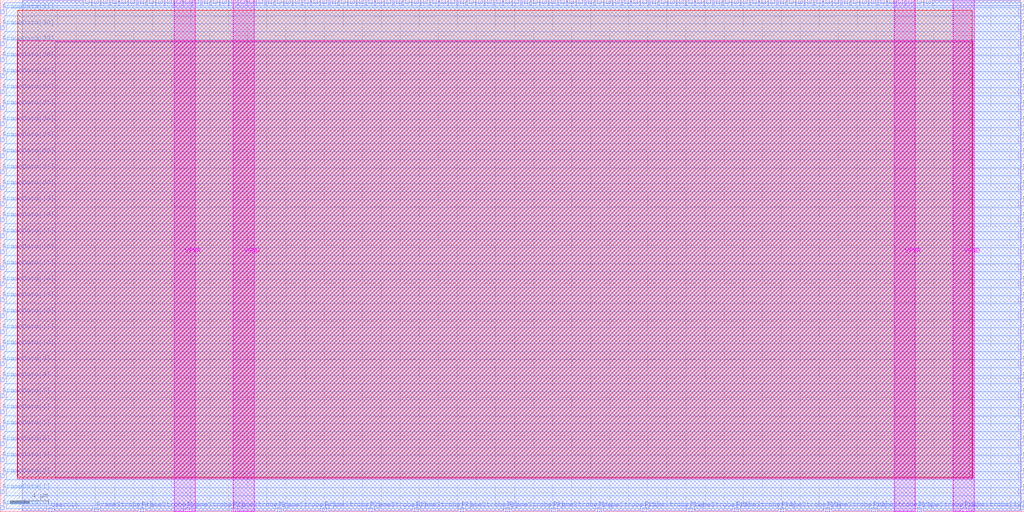
<source format=lef>
VERSION 5.7 ;
  NOWIREEXTENSIONATPIN ON ;
  DIVIDERCHAR "/" ;
  BUSBITCHARS "[]" ;
MACRO SW_term
  CLASS BLOCK ;
  FOREIGN SW_term ;
  ORIGIN 0.000 0.000 ;
  SIZE 107.520 BY 53.760 ;
  PIN FrameData[0]
    DIRECTION INPUT ;
    USE SIGNAL ;
    ANTENNAGATEAREA 0.180700 ;
    PORT
      LAYER Metal3 ;
        RECT 0.000 0.220 0.400 0.620 ;
    END
  END FrameData[0]
  PIN FrameData[10]
    DIRECTION INPUT ;
    USE SIGNAL ;
    ANTENNAGATEAREA 0.180700 ;
    PORT
      LAYER Metal3 ;
        RECT 0.000 17.020 0.400 17.420 ;
    END
  END FrameData[10]
  PIN FrameData[11]
    DIRECTION INPUT ;
    USE SIGNAL ;
    ANTENNAGATEAREA 0.180700 ;
    PORT
      LAYER Metal3 ;
        RECT 0.000 18.700 0.400 19.100 ;
    END
  END FrameData[11]
  PIN FrameData[12]
    DIRECTION INPUT ;
    USE SIGNAL ;
    ANTENNAGATEAREA 0.180700 ;
    PORT
      LAYER Metal3 ;
        RECT 0.000 20.380 0.400 20.780 ;
    END
  END FrameData[12]
  PIN FrameData[13]
    DIRECTION INPUT ;
    USE SIGNAL ;
    ANTENNAGATEAREA 0.180700 ;
    PORT
      LAYER Metal3 ;
        RECT 0.000 22.060 0.400 22.460 ;
    END
  END FrameData[13]
  PIN FrameData[14]
    DIRECTION INPUT ;
    USE SIGNAL ;
    ANTENNAGATEAREA 0.180700 ;
    PORT
      LAYER Metal3 ;
        RECT 0.000 23.740 0.400 24.140 ;
    END
  END FrameData[14]
  PIN FrameData[15]
    DIRECTION INPUT ;
    USE SIGNAL ;
    ANTENNAGATEAREA 0.180700 ;
    PORT
      LAYER Metal3 ;
        RECT 0.000 25.420 0.400 25.820 ;
    END
  END FrameData[15]
  PIN FrameData[16]
    DIRECTION INPUT ;
    USE SIGNAL ;
    ANTENNAGATEAREA 0.180700 ;
    PORT
      LAYER Metal3 ;
        RECT 0.000 27.100 0.400 27.500 ;
    END
  END FrameData[16]
  PIN FrameData[17]
    DIRECTION INPUT ;
    USE SIGNAL ;
    ANTENNAGATEAREA 0.180700 ;
    PORT
      LAYER Metal3 ;
        RECT 0.000 28.780 0.400 29.180 ;
    END
  END FrameData[17]
  PIN FrameData[18]
    DIRECTION INPUT ;
    USE SIGNAL ;
    ANTENNAGATEAREA 0.180700 ;
    PORT
      LAYER Metal3 ;
        RECT 0.000 30.460 0.400 30.860 ;
    END
  END FrameData[18]
  PIN FrameData[19]
    DIRECTION INPUT ;
    USE SIGNAL ;
    ANTENNAGATEAREA 0.180700 ;
    PORT
      LAYER Metal3 ;
        RECT 0.000 32.140 0.400 32.540 ;
    END
  END FrameData[19]
  PIN FrameData[1]
    DIRECTION INPUT ;
    USE SIGNAL ;
    ANTENNAGATEAREA 0.180700 ;
    PORT
      LAYER Metal3 ;
        RECT 0.000 1.900 0.400 2.300 ;
    END
  END FrameData[1]
  PIN FrameData[20]
    DIRECTION INPUT ;
    USE SIGNAL ;
    ANTENNAGATEAREA 0.180700 ;
    PORT
      LAYER Metal3 ;
        RECT 0.000 33.820 0.400 34.220 ;
    END
  END FrameData[20]
  PIN FrameData[21]
    DIRECTION INPUT ;
    USE SIGNAL ;
    ANTENNAGATEAREA 0.180700 ;
    PORT
      LAYER Metal3 ;
        RECT 0.000 35.500 0.400 35.900 ;
    END
  END FrameData[21]
  PIN FrameData[22]
    DIRECTION INPUT ;
    USE SIGNAL ;
    ANTENNAGATEAREA 0.180700 ;
    PORT
      LAYER Metal3 ;
        RECT 0.000 37.180 0.400 37.580 ;
    END
  END FrameData[22]
  PIN FrameData[23]
    DIRECTION INPUT ;
    USE SIGNAL ;
    ANTENNAGATEAREA 0.180700 ;
    PORT
      LAYER Metal3 ;
        RECT 0.000 38.860 0.400 39.260 ;
    END
  END FrameData[23]
  PIN FrameData[24]
    DIRECTION INPUT ;
    USE SIGNAL ;
    ANTENNAGATEAREA 0.180700 ;
    PORT
      LAYER Metal3 ;
        RECT 0.000 40.540 0.400 40.940 ;
    END
  END FrameData[24]
  PIN FrameData[25]
    DIRECTION INPUT ;
    USE SIGNAL ;
    ANTENNAGATEAREA 0.180700 ;
    PORT
      LAYER Metal3 ;
        RECT 0.000 42.220 0.400 42.620 ;
    END
  END FrameData[25]
  PIN FrameData[26]
    DIRECTION INPUT ;
    USE SIGNAL ;
    ANTENNAGATEAREA 0.180700 ;
    PORT
      LAYER Metal3 ;
        RECT 0.000 43.900 0.400 44.300 ;
    END
  END FrameData[26]
  PIN FrameData[27]
    DIRECTION INPUT ;
    USE SIGNAL ;
    ANTENNAGATEAREA 0.180700 ;
    PORT
      LAYER Metal3 ;
        RECT 0.000 45.580 0.400 45.980 ;
    END
  END FrameData[27]
  PIN FrameData[28]
    DIRECTION INPUT ;
    USE SIGNAL ;
    ANTENNAGATEAREA 0.180700 ;
    PORT
      LAYER Metal3 ;
        RECT 0.000 47.260 0.400 47.660 ;
    END
  END FrameData[28]
  PIN FrameData[29]
    DIRECTION INPUT ;
    USE SIGNAL ;
    ANTENNAGATEAREA 0.180700 ;
    PORT
      LAYER Metal3 ;
        RECT 0.000 48.940 0.400 49.340 ;
    END
  END FrameData[29]
  PIN FrameData[2]
    DIRECTION INPUT ;
    USE SIGNAL ;
    ANTENNAGATEAREA 0.180700 ;
    PORT
      LAYER Metal3 ;
        RECT 0.000 3.580 0.400 3.980 ;
    END
  END FrameData[2]
  PIN FrameData[30]
    DIRECTION INPUT ;
    USE SIGNAL ;
    ANTENNAGATEAREA 0.180700 ;
    PORT
      LAYER Metal3 ;
        RECT 0.000 50.620 0.400 51.020 ;
    END
  END FrameData[30]
  PIN FrameData[31]
    DIRECTION INPUT ;
    USE SIGNAL ;
    ANTENNAGATEAREA 0.180700 ;
    PORT
      LAYER Metal3 ;
        RECT 0.000 52.300 0.400 52.700 ;
    END
  END FrameData[31]
  PIN FrameData[3]
    DIRECTION INPUT ;
    USE SIGNAL ;
    ANTENNAGATEAREA 0.180700 ;
    PORT
      LAYER Metal3 ;
        RECT 0.000 5.260 0.400 5.660 ;
    END
  END FrameData[3]
  PIN FrameData[4]
    DIRECTION INPUT ;
    USE SIGNAL ;
    ANTENNAGATEAREA 0.180700 ;
    PORT
      LAYER Metal3 ;
        RECT 0.000 6.940 0.400 7.340 ;
    END
  END FrameData[4]
  PIN FrameData[5]
    DIRECTION INPUT ;
    USE SIGNAL ;
    ANTENNAGATEAREA 0.180700 ;
    PORT
      LAYER Metal3 ;
        RECT 0.000 8.620 0.400 9.020 ;
    END
  END FrameData[5]
  PIN FrameData[6]
    DIRECTION INPUT ;
    USE SIGNAL ;
    ANTENNAGATEAREA 0.180700 ;
    PORT
      LAYER Metal3 ;
        RECT 0.000 10.300 0.400 10.700 ;
    END
  END FrameData[6]
  PIN FrameData[7]
    DIRECTION INPUT ;
    USE SIGNAL ;
    ANTENNAGATEAREA 0.180700 ;
    PORT
      LAYER Metal3 ;
        RECT 0.000 11.980 0.400 12.380 ;
    END
  END FrameData[7]
  PIN FrameData[8]
    DIRECTION INPUT ;
    USE SIGNAL ;
    ANTENNAGATEAREA 0.180700 ;
    PORT
      LAYER Metal3 ;
        RECT 0.000 13.660 0.400 14.060 ;
    END
  END FrameData[8]
  PIN FrameData[9]
    DIRECTION INPUT ;
    USE SIGNAL ;
    ANTENNAGATEAREA 0.180700 ;
    PORT
      LAYER Metal3 ;
        RECT 0.000 15.340 0.400 15.740 ;
    END
  END FrameData[9]
  PIN FrameData_O[0]
    DIRECTION OUTPUT ;
    USE SIGNAL ;
    ANTENNADIFFAREA 0.708600 ;
    PORT
      LAYER Metal3 ;
        RECT 107.120 0.220 107.520 0.620 ;
    END
  END FrameData_O[0]
  PIN FrameData_O[10]
    DIRECTION OUTPUT ;
    USE SIGNAL ;
    ANTENNADIFFAREA 0.708600 ;
    PORT
      LAYER Metal3 ;
        RECT 107.120 17.020 107.520 17.420 ;
    END
  END FrameData_O[10]
  PIN FrameData_O[11]
    DIRECTION OUTPUT ;
    USE SIGNAL ;
    ANTENNADIFFAREA 0.708600 ;
    PORT
      LAYER Metal3 ;
        RECT 107.120 18.700 107.520 19.100 ;
    END
  END FrameData_O[11]
  PIN FrameData_O[12]
    DIRECTION OUTPUT ;
    USE SIGNAL ;
    ANTENNADIFFAREA 0.708600 ;
    PORT
      LAYER Metal3 ;
        RECT 107.120 20.380 107.520 20.780 ;
    END
  END FrameData_O[12]
  PIN FrameData_O[13]
    DIRECTION OUTPUT ;
    USE SIGNAL ;
    ANTENNADIFFAREA 0.708600 ;
    PORT
      LAYER Metal3 ;
        RECT 107.120 22.060 107.520 22.460 ;
    END
  END FrameData_O[13]
  PIN FrameData_O[14]
    DIRECTION OUTPUT ;
    USE SIGNAL ;
    ANTENNADIFFAREA 0.708600 ;
    PORT
      LAYER Metal3 ;
        RECT 107.120 23.740 107.520 24.140 ;
    END
  END FrameData_O[14]
  PIN FrameData_O[15]
    DIRECTION OUTPUT ;
    USE SIGNAL ;
    ANTENNADIFFAREA 0.708600 ;
    PORT
      LAYER Metal3 ;
        RECT 107.120 25.420 107.520 25.820 ;
    END
  END FrameData_O[15]
  PIN FrameData_O[16]
    DIRECTION OUTPUT ;
    USE SIGNAL ;
    ANTENNADIFFAREA 0.708600 ;
    PORT
      LAYER Metal3 ;
        RECT 107.120 27.100 107.520 27.500 ;
    END
  END FrameData_O[16]
  PIN FrameData_O[17]
    DIRECTION OUTPUT ;
    USE SIGNAL ;
    ANTENNADIFFAREA 0.708600 ;
    PORT
      LAYER Metal3 ;
        RECT 107.120 28.780 107.520 29.180 ;
    END
  END FrameData_O[17]
  PIN FrameData_O[18]
    DIRECTION OUTPUT ;
    USE SIGNAL ;
    ANTENNADIFFAREA 0.708600 ;
    PORT
      LAYER Metal3 ;
        RECT 107.120 30.460 107.520 30.860 ;
    END
  END FrameData_O[18]
  PIN FrameData_O[19]
    DIRECTION OUTPUT ;
    USE SIGNAL ;
    ANTENNADIFFAREA 0.708600 ;
    PORT
      LAYER Metal3 ;
        RECT 107.120 32.140 107.520 32.540 ;
    END
  END FrameData_O[19]
  PIN FrameData_O[1]
    DIRECTION OUTPUT ;
    USE SIGNAL ;
    ANTENNADIFFAREA 0.708600 ;
    PORT
      LAYER Metal3 ;
        RECT 107.120 1.900 107.520 2.300 ;
    END
  END FrameData_O[1]
  PIN FrameData_O[20]
    DIRECTION OUTPUT ;
    USE SIGNAL ;
    ANTENNADIFFAREA 0.708600 ;
    PORT
      LAYER Metal3 ;
        RECT 107.120 33.820 107.520 34.220 ;
    END
  END FrameData_O[20]
  PIN FrameData_O[21]
    DIRECTION OUTPUT ;
    USE SIGNAL ;
    ANTENNADIFFAREA 0.708600 ;
    PORT
      LAYER Metal3 ;
        RECT 107.120 35.500 107.520 35.900 ;
    END
  END FrameData_O[21]
  PIN FrameData_O[22]
    DIRECTION OUTPUT ;
    USE SIGNAL ;
    ANTENNADIFFAREA 0.708600 ;
    PORT
      LAYER Metal3 ;
        RECT 107.120 37.180 107.520 37.580 ;
    END
  END FrameData_O[22]
  PIN FrameData_O[23]
    DIRECTION OUTPUT ;
    USE SIGNAL ;
    ANTENNADIFFAREA 0.708600 ;
    PORT
      LAYER Metal3 ;
        RECT 107.120 38.860 107.520 39.260 ;
    END
  END FrameData_O[23]
  PIN FrameData_O[24]
    DIRECTION OUTPUT ;
    USE SIGNAL ;
    ANTENNADIFFAREA 0.708600 ;
    PORT
      LAYER Metal3 ;
        RECT 107.120 40.540 107.520 40.940 ;
    END
  END FrameData_O[24]
  PIN FrameData_O[25]
    DIRECTION OUTPUT ;
    USE SIGNAL ;
    ANTENNADIFFAREA 0.708600 ;
    PORT
      LAYER Metal3 ;
        RECT 107.120 42.220 107.520 42.620 ;
    END
  END FrameData_O[25]
  PIN FrameData_O[26]
    DIRECTION OUTPUT ;
    USE SIGNAL ;
    ANTENNADIFFAREA 0.708600 ;
    PORT
      LAYER Metal3 ;
        RECT 107.120 43.900 107.520 44.300 ;
    END
  END FrameData_O[26]
  PIN FrameData_O[27]
    DIRECTION OUTPUT ;
    USE SIGNAL ;
    ANTENNADIFFAREA 0.708600 ;
    PORT
      LAYER Metal3 ;
        RECT 107.120 45.580 107.520 45.980 ;
    END
  END FrameData_O[27]
  PIN FrameData_O[28]
    DIRECTION OUTPUT ;
    USE SIGNAL ;
    ANTENNADIFFAREA 0.708600 ;
    PORT
      LAYER Metal3 ;
        RECT 107.120 47.260 107.520 47.660 ;
    END
  END FrameData_O[28]
  PIN FrameData_O[29]
    DIRECTION OUTPUT ;
    USE SIGNAL ;
    ANTENNADIFFAREA 0.708600 ;
    PORT
      LAYER Metal3 ;
        RECT 107.120 48.940 107.520 49.340 ;
    END
  END FrameData_O[29]
  PIN FrameData_O[2]
    DIRECTION OUTPUT ;
    USE SIGNAL ;
    ANTENNADIFFAREA 0.708600 ;
    PORT
      LAYER Metal3 ;
        RECT 107.120 3.580 107.520 3.980 ;
    END
  END FrameData_O[2]
  PIN FrameData_O[30]
    DIRECTION OUTPUT ;
    USE SIGNAL ;
    ANTENNADIFFAREA 0.708600 ;
    PORT
      LAYER Metal3 ;
        RECT 107.120 50.620 107.520 51.020 ;
    END
  END FrameData_O[30]
  PIN FrameData_O[31]
    DIRECTION OUTPUT ;
    USE SIGNAL ;
    ANTENNADIFFAREA 0.708600 ;
    PORT
      LAYER Metal3 ;
        RECT 107.120 52.300 107.520 52.700 ;
    END
  END FrameData_O[31]
  PIN FrameData_O[3]
    DIRECTION OUTPUT ;
    USE SIGNAL ;
    ANTENNADIFFAREA 0.708600 ;
    PORT
      LAYER Metal3 ;
        RECT 107.120 5.260 107.520 5.660 ;
    END
  END FrameData_O[3]
  PIN FrameData_O[4]
    DIRECTION OUTPUT ;
    USE SIGNAL ;
    ANTENNADIFFAREA 0.708600 ;
    PORT
      LAYER Metal3 ;
        RECT 107.120 6.940 107.520 7.340 ;
    END
  END FrameData_O[4]
  PIN FrameData_O[5]
    DIRECTION OUTPUT ;
    USE SIGNAL ;
    ANTENNADIFFAREA 0.708600 ;
    PORT
      LAYER Metal3 ;
        RECT 107.120 8.620 107.520 9.020 ;
    END
  END FrameData_O[5]
  PIN FrameData_O[6]
    DIRECTION OUTPUT ;
    USE SIGNAL ;
    ANTENNADIFFAREA 0.708600 ;
    PORT
      LAYER Metal3 ;
        RECT 107.120 10.300 107.520 10.700 ;
    END
  END FrameData_O[6]
  PIN FrameData_O[7]
    DIRECTION OUTPUT ;
    USE SIGNAL ;
    ANTENNADIFFAREA 0.708600 ;
    PORT
      LAYER Metal3 ;
        RECT 107.120 11.980 107.520 12.380 ;
    END
  END FrameData_O[7]
  PIN FrameData_O[8]
    DIRECTION OUTPUT ;
    USE SIGNAL ;
    ANTENNADIFFAREA 0.708600 ;
    PORT
      LAYER Metal3 ;
        RECT 107.120 13.660 107.520 14.060 ;
    END
  END FrameData_O[8]
  PIN FrameData_O[9]
    DIRECTION OUTPUT ;
    USE SIGNAL ;
    ANTENNADIFFAREA 0.708600 ;
    PORT
      LAYER Metal3 ;
        RECT 107.120 15.340 107.520 15.740 ;
    END
  END FrameData_O[9]
  PIN FrameStrobe[0]
    DIRECTION INPUT ;
    USE SIGNAL ;
    ANTENNAGATEAREA 0.180700 ;
    PORT
      LAYER Metal2 ;
        RECT 9.880 0.000 10.280 0.400 ;
    END
  END FrameStrobe[0]
  PIN FrameStrobe[10]
    DIRECTION INPUT ;
    USE SIGNAL ;
    ANTENNAGATEAREA 0.180700 ;
    PORT
      LAYER Metal2 ;
        RECT 57.880 0.000 58.280 0.400 ;
    END
  END FrameStrobe[10]
  PIN FrameStrobe[11]
    DIRECTION INPUT ;
    USE SIGNAL ;
    ANTENNAGATEAREA 0.180700 ;
    PORT
      LAYER Metal2 ;
        RECT 62.680 0.000 63.080 0.400 ;
    END
  END FrameStrobe[11]
  PIN FrameStrobe[12]
    DIRECTION INPUT ;
    USE SIGNAL ;
    ANTENNAGATEAREA 0.180700 ;
    PORT
      LAYER Metal2 ;
        RECT 67.480 0.000 67.880 0.400 ;
    END
  END FrameStrobe[12]
  PIN FrameStrobe[13]
    DIRECTION INPUT ;
    USE SIGNAL ;
    ANTENNAGATEAREA 0.180700 ;
    PORT
      LAYER Metal2 ;
        RECT 72.280 0.000 72.680 0.400 ;
    END
  END FrameStrobe[13]
  PIN FrameStrobe[14]
    DIRECTION INPUT ;
    USE SIGNAL ;
    ANTENNAGATEAREA 0.180700 ;
    PORT
      LAYER Metal2 ;
        RECT 77.080 0.000 77.480 0.400 ;
    END
  END FrameStrobe[14]
  PIN FrameStrobe[15]
    DIRECTION INPUT ;
    USE SIGNAL ;
    ANTENNAGATEAREA 0.180700 ;
    PORT
      LAYER Metal2 ;
        RECT 81.880 0.000 82.280 0.400 ;
    END
  END FrameStrobe[15]
  PIN FrameStrobe[16]
    DIRECTION INPUT ;
    USE SIGNAL ;
    ANTENNAGATEAREA 0.180700 ;
    PORT
      LAYER Metal2 ;
        RECT 86.680 0.000 87.080 0.400 ;
    END
  END FrameStrobe[16]
  PIN FrameStrobe[17]
    DIRECTION INPUT ;
    USE SIGNAL ;
    ANTENNAGATEAREA 0.180700 ;
    PORT
      LAYER Metal2 ;
        RECT 91.480 0.000 91.880 0.400 ;
    END
  END FrameStrobe[17]
  PIN FrameStrobe[18]
    DIRECTION INPUT ;
    USE SIGNAL ;
    ANTENNAGATEAREA 0.180700 ;
    PORT
      LAYER Metal2 ;
        RECT 96.280 0.000 96.680 0.400 ;
    END
  END FrameStrobe[18]
  PIN FrameStrobe[19]
    DIRECTION INPUT ;
    USE SIGNAL ;
    ANTENNAGATEAREA 0.180700 ;
    PORT
      LAYER Metal2 ;
        RECT 101.080 0.000 101.480 0.400 ;
    END
  END FrameStrobe[19]
  PIN FrameStrobe[1]
    DIRECTION INPUT ;
    USE SIGNAL ;
    ANTENNAGATEAREA 0.180700 ;
    PORT
      LAYER Metal2 ;
        RECT 14.680 0.000 15.080 0.400 ;
    END
  END FrameStrobe[1]
  PIN FrameStrobe[2]
    DIRECTION INPUT ;
    USE SIGNAL ;
    ANTENNAGATEAREA 0.180700 ;
    PORT
      LAYER Metal2 ;
        RECT 19.480 0.000 19.880 0.400 ;
    END
  END FrameStrobe[2]
  PIN FrameStrobe[3]
    DIRECTION INPUT ;
    USE SIGNAL ;
    ANTENNAGATEAREA 0.180700 ;
    PORT
      LAYER Metal2 ;
        RECT 24.280 0.000 24.680 0.400 ;
    END
  END FrameStrobe[3]
  PIN FrameStrobe[4]
    DIRECTION INPUT ;
    USE SIGNAL ;
    ANTENNAGATEAREA 0.180700 ;
    PORT
      LAYER Metal2 ;
        RECT 29.080 0.000 29.480 0.400 ;
    END
  END FrameStrobe[4]
  PIN FrameStrobe[5]
    DIRECTION INPUT ;
    USE SIGNAL ;
    ANTENNAGATEAREA 0.180700 ;
    PORT
      LAYER Metal2 ;
        RECT 33.880 0.000 34.280 0.400 ;
    END
  END FrameStrobe[5]
  PIN FrameStrobe[6]
    DIRECTION INPUT ;
    USE SIGNAL ;
    ANTENNAGATEAREA 0.180700 ;
    PORT
      LAYER Metal2 ;
        RECT 38.680 0.000 39.080 0.400 ;
    END
  END FrameStrobe[6]
  PIN FrameStrobe[7]
    DIRECTION INPUT ;
    USE SIGNAL ;
    ANTENNAGATEAREA 0.180700 ;
    PORT
      LAYER Metal2 ;
        RECT 43.480 0.000 43.880 0.400 ;
    END
  END FrameStrobe[7]
  PIN FrameStrobe[8]
    DIRECTION INPUT ;
    USE SIGNAL ;
    ANTENNAGATEAREA 0.180700 ;
    PORT
      LAYER Metal2 ;
        RECT 48.280 0.000 48.680 0.400 ;
    END
  END FrameStrobe[8]
  PIN FrameStrobe[9]
    DIRECTION INPUT ;
    USE SIGNAL ;
    ANTENNAGATEAREA 0.180700 ;
    PORT
      LAYER Metal2 ;
        RECT 53.080 0.000 53.480 0.400 ;
    END
  END FrameStrobe[9]
  PIN FrameStrobe_O[0]
    DIRECTION OUTPUT ;
    USE SIGNAL ;
    ANTENNADIFFAREA 0.708600 ;
    PORT
      LAYER Metal2 ;
        RECT 79.000 53.360 79.400 53.760 ;
    END
  END FrameStrobe_O[0]
  PIN FrameStrobe_O[10]
    DIRECTION OUTPUT ;
    USE SIGNAL ;
    ANTENNADIFFAREA 0.708600 ;
    PORT
      LAYER Metal2 ;
        RECT 88.600 53.360 89.000 53.760 ;
    END
  END FrameStrobe_O[10]
  PIN FrameStrobe_O[11]
    DIRECTION OUTPUT ;
    USE SIGNAL ;
    ANTENNADIFFAREA 0.708600 ;
    PORT
      LAYER Metal2 ;
        RECT 89.560 53.360 89.960 53.760 ;
    END
  END FrameStrobe_O[11]
  PIN FrameStrobe_O[12]
    DIRECTION OUTPUT ;
    USE SIGNAL ;
    ANTENNADIFFAREA 0.708600 ;
    PORT
      LAYER Metal2 ;
        RECT 90.520 53.360 90.920 53.760 ;
    END
  END FrameStrobe_O[12]
  PIN FrameStrobe_O[13]
    DIRECTION OUTPUT ;
    USE SIGNAL ;
    ANTENNADIFFAREA 0.708600 ;
    PORT
      LAYER Metal2 ;
        RECT 91.480 53.360 91.880 53.760 ;
    END
  END FrameStrobe_O[13]
  PIN FrameStrobe_O[14]
    DIRECTION OUTPUT ;
    USE SIGNAL ;
    ANTENNADIFFAREA 0.708600 ;
    PORT
      LAYER Metal2 ;
        RECT 92.440 53.360 92.840 53.760 ;
    END
  END FrameStrobe_O[14]
  PIN FrameStrobe_O[15]
    DIRECTION OUTPUT ;
    USE SIGNAL ;
    ANTENNADIFFAREA 0.708600 ;
    PORT
      LAYER Metal2 ;
        RECT 93.400 53.360 93.800 53.760 ;
    END
  END FrameStrobe_O[15]
  PIN FrameStrobe_O[16]
    DIRECTION OUTPUT ;
    USE SIGNAL ;
    ANTENNADIFFAREA 0.708600 ;
    PORT
      LAYER Metal2 ;
        RECT 94.360 53.360 94.760 53.760 ;
    END
  END FrameStrobe_O[16]
  PIN FrameStrobe_O[17]
    DIRECTION OUTPUT ;
    USE SIGNAL ;
    ANTENNADIFFAREA 0.708600 ;
    PORT
      LAYER Metal2 ;
        RECT 95.320 53.360 95.720 53.760 ;
    END
  END FrameStrobe_O[17]
  PIN FrameStrobe_O[18]
    DIRECTION OUTPUT ;
    USE SIGNAL ;
    ANTENNADIFFAREA 0.708600 ;
    PORT
      LAYER Metal2 ;
        RECT 96.280 53.360 96.680 53.760 ;
    END
  END FrameStrobe_O[18]
  PIN FrameStrobe_O[19]
    DIRECTION OUTPUT ;
    USE SIGNAL ;
    ANTENNADIFFAREA 0.708600 ;
    PORT
      LAYER Metal2 ;
        RECT 97.240 53.360 97.640 53.760 ;
    END
  END FrameStrobe_O[19]
  PIN FrameStrobe_O[1]
    DIRECTION OUTPUT ;
    USE SIGNAL ;
    ANTENNADIFFAREA 0.708600 ;
    PORT
      LAYER Metal2 ;
        RECT 79.960 53.360 80.360 53.760 ;
    END
  END FrameStrobe_O[1]
  PIN FrameStrobe_O[2]
    DIRECTION OUTPUT ;
    USE SIGNAL ;
    ANTENNADIFFAREA 0.708600 ;
    PORT
      LAYER Metal2 ;
        RECT 80.920 53.360 81.320 53.760 ;
    END
  END FrameStrobe_O[2]
  PIN FrameStrobe_O[3]
    DIRECTION OUTPUT ;
    USE SIGNAL ;
    ANTENNADIFFAREA 0.708600 ;
    PORT
      LAYER Metal2 ;
        RECT 81.880 53.360 82.280 53.760 ;
    END
  END FrameStrobe_O[3]
  PIN FrameStrobe_O[4]
    DIRECTION OUTPUT ;
    USE SIGNAL ;
    ANTENNADIFFAREA 0.708600 ;
    PORT
      LAYER Metal2 ;
        RECT 82.840 53.360 83.240 53.760 ;
    END
  END FrameStrobe_O[4]
  PIN FrameStrobe_O[5]
    DIRECTION OUTPUT ;
    USE SIGNAL ;
    ANTENNADIFFAREA 0.708600 ;
    PORT
      LAYER Metal2 ;
        RECT 83.800 53.360 84.200 53.760 ;
    END
  END FrameStrobe_O[5]
  PIN FrameStrobe_O[6]
    DIRECTION OUTPUT ;
    USE SIGNAL ;
    ANTENNADIFFAREA 0.708600 ;
    PORT
      LAYER Metal2 ;
        RECT 84.760 53.360 85.160 53.760 ;
    END
  END FrameStrobe_O[6]
  PIN FrameStrobe_O[7]
    DIRECTION OUTPUT ;
    USE SIGNAL ;
    ANTENNADIFFAREA 0.708600 ;
    PORT
      LAYER Metal2 ;
        RECT 85.720 53.360 86.120 53.760 ;
    END
  END FrameStrobe_O[7]
  PIN FrameStrobe_O[8]
    DIRECTION OUTPUT ;
    USE SIGNAL ;
    ANTENNADIFFAREA 0.708600 ;
    PORT
      LAYER Metal2 ;
        RECT 86.680 53.360 87.080 53.760 ;
    END
  END FrameStrobe_O[8]
  PIN FrameStrobe_O[9]
    DIRECTION OUTPUT ;
    USE SIGNAL ;
    ANTENNADIFFAREA 0.708600 ;
    PORT
      LAYER Metal2 ;
        RECT 87.640 53.360 88.040 53.760 ;
    END
  END FrameStrobe_O[9]
  PIN N1BEG[0]
    DIRECTION OUTPUT ;
    USE SIGNAL ;
    ANTENNADIFFAREA 0.708600 ;
    PORT
      LAYER Metal2 ;
        RECT 8.920 53.360 9.320 53.760 ;
    END
  END N1BEG[0]
  PIN N1BEG[1]
    DIRECTION OUTPUT ;
    USE SIGNAL ;
    ANTENNADIFFAREA 0.708600 ;
    PORT
      LAYER Metal2 ;
        RECT 9.880 53.360 10.280 53.760 ;
    END
  END N1BEG[1]
  PIN N1BEG[2]
    DIRECTION OUTPUT ;
    USE SIGNAL ;
    ANTENNADIFFAREA 0.708600 ;
    PORT
      LAYER Metal2 ;
        RECT 10.840 53.360 11.240 53.760 ;
    END
  END N1BEG[2]
  PIN N1BEG[3]
    DIRECTION OUTPUT ;
    USE SIGNAL ;
    ANTENNADIFFAREA 0.708600 ;
    PORT
      LAYER Metal2 ;
        RECT 11.800 53.360 12.200 53.760 ;
    END
  END N1BEG[3]
  PIN N2BEG[0]
    DIRECTION OUTPUT ;
    USE SIGNAL ;
    ANTENNADIFFAREA 0.708600 ;
    PORT
      LAYER Metal2 ;
        RECT 12.760 53.360 13.160 53.760 ;
    END
  END N2BEG[0]
  PIN N2BEG[1]
    DIRECTION OUTPUT ;
    USE SIGNAL ;
    ANTENNADIFFAREA 0.708600 ;
    PORT
      LAYER Metal2 ;
        RECT 13.720 53.360 14.120 53.760 ;
    END
  END N2BEG[1]
  PIN N2BEG[2]
    DIRECTION OUTPUT ;
    USE SIGNAL ;
    ANTENNADIFFAREA 0.708600 ;
    PORT
      LAYER Metal2 ;
        RECT 14.680 53.360 15.080 53.760 ;
    END
  END N2BEG[2]
  PIN N2BEG[3]
    DIRECTION OUTPUT ;
    USE SIGNAL ;
    ANTENNADIFFAREA 0.708600 ;
    PORT
      LAYER Metal2 ;
        RECT 15.640 53.360 16.040 53.760 ;
    END
  END N2BEG[3]
  PIN N2BEG[4]
    DIRECTION OUTPUT ;
    USE SIGNAL ;
    ANTENNADIFFAREA 0.708600 ;
    PORT
      LAYER Metal2 ;
        RECT 16.600 53.360 17.000 53.760 ;
    END
  END N2BEG[4]
  PIN N2BEG[5]
    DIRECTION OUTPUT ;
    USE SIGNAL ;
    ANTENNADIFFAREA 0.708600 ;
    PORT
      LAYER Metal2 ;
        RECT 17.560 53.360 17.960 53.760 ;
    END
  END N2BEG[5]
  PIN N2BEG[6]
    DIRECTION OUTPUT ;
    USE SIGNAL ;
    ANTENNADIFFAREA 0.708600 ;
    PORT
      LAYER Metal2 ;
        RECT 18.520 53.360 18.920 53.760 ;
    END
  END N2BEG[6]
  PIN N2BEG[7]
    DIRECTION OUTPUT ;
    USE SIGNAL ;
    ANTENNADIFFAREA 0.708600 ;
    PORT
      LAYER Metal2 ;
        RECT 19.480 53.360 19.880 53.760 ;
    END
  END N2BEG[7]
  PIN N2BEGb[0]
    DIRECTION OUTPUT ;
    USE SIGNAL ;
    ANTENNADIFFAREA 0.708600 ;
    PORT
      LAYER Metal2 ;
        RECT 20.440 53.360 20.840 53.760 ;
    END
  END N2BEGb[0]
  PIN N2BEGb[1]
    DIRECTION OUTPUT ;
    USE SIGNAL ;
    ANTENNADIFFAREA 0.708600 ;
    PORT
      LAYER Metal2 ;
        RECT 21.400 53.360 21.800 53.760 ;
    END
  END N2BEGb[1]
  PIN N2BEGb[2]
    DIRECTION OUTPUT ;
    USE SIGNAL ;
    ANTENNADIFFAREA 0.708600 ;
    PORT
      LAYER Metal2 ;
        RECT 22.360 53.360 22.760 53.760 ;
    END
  END N2BEGb[2]
  PIN N2BEGb[3]
    DIRECTION OUTPUT ;
    USE SIGNAL ;
    ANTENNADIFFAREA 0.708600 ;
    PORT
      LAYER Metal2 ;
        RECT 23.320 53.360 23.720 53.760 ;
    END
  END N2BEGb[3]
  PIN N2BEGb[4]
    DIRECTION OUTPUT ;
    USE SIGNAL ;
    ANTENNADIFFAREA 0.708600 ;
    PORT
      LAYER Metal2 ;
        RECT 24.280 53.360 24.680 53.760 ;
    END
  END N2BEGb[4]
  PIN N2BEGb[5]
    DIRECTION OUTPUT ;
    USE SIGNAL ;
    ANTENNADIFFAREA 0.708600 ;
    PORT
      LAYER Metal2 ;
        RECT 25.240 53.360 25.640 53.760 ;
    END
  END N2BEGb[5]
  PIN N2BEGb[6]
    DIRECTION OUTPUT ;
    USE SIGNAL ;
    ANTENNADIFFAREA 0.708600 ;
    PORT
      LAYER Metal2 ;
        RECT 26.200 53.360 26.600 53.760 ;
    END
  END N2BEGb[6]
  PIN N2BEGb[7]
    DIRECTION OUTPUT ;
    USE SIGNAL ;
    ANTENNADIFFAREA 0.708600 ;
    PORT
      LAYER Metal2 ;
        RECT 27.160 53.360 27.560 53.760 ;
    END
  END N2BEGb[7]
  PIN N4BEG[0]
    DIRECTION OUTPUT ;
    USE SIGNAL ;
    ANTENNADIFFAREA 0.708600 ;
    PORT
      LAYER Metal2 ;
        RECT 28.120 53.360 28.520 53.760 ;
    END
  END N4BEG[0]
  PIN N4BEG[10]
    DIRECTION OUTPUT ;
    USE SIGNAL ;
    ANTENNADIFFAREA 0.708600 ;
    PORT
      LAYER Metal2 ;
        RECT 37.720 53.360 38.120 53.760 ;
    END
  END N4BEG[10]
  PIN N4BEG[11]
    DIRECTION OUTPUT ;
    USE SIGNAL ;
    ANTENNADIFFAREA 0.708600 ;
    PORT
      LAYER Metal2 ;
        RECT 38.680 53.360 39.080 53.760 ;
    END
  END N4BEG[11]
  PIN N4BEG[12]
    DIRECTION OUTPUT ;
    USE SIGNAL ;
    ANTENNADIFFAREA 0.708600 ;
    PORT
      LAYER Metal2 ;
        RECT 39.640 53.360 40.040 53.760 ;
    END
  END N4BEG[12]
  PIN N4BEG[13]
    DIRECTION OUTPUT ;
    USE SIGNAL ;
    ANTENNADIFFAREA 0.708600 ;
    PORT
      LAYER Metal2 ;
        RECT 40.600 53.360 41.000 53.760 ;
    END
  END N4BEG[13]
  PIN N4BEG[14]
    DIRECTION OUTPUT ;
    USE SIGNAL ;
    ANTENNADIFFAREA 0.708600 ;
    PORT
      LAYER Metal2 ;
        RECT 41.560 53.360 41.960 53.760 ;
    END
  END N4BEG[14]
  PIN N4BEG[15]
    DIRECTION OUTPUT ;
    USE SIGNAL ;
    ANTENNADIFFAREA 0.708600 ;
    PORT
      LAYER Metal2 ;
        RECT 42.520 53.360 42.920 53.760 ;
    END
  END N4BEG[15]
  PIN N4BEG[1]
    DIRECTION OUTPUT ;
    USE SIGNAL ;
    ANTENNADIFFAREA 0.708600 ;
    PORT
      LAYER Metal2 ;
        RECT 29.080 53.360 29.480 53.760 ;
    END
  END N4BEG[1]
  PIN N4BEG[2]
    DIRECTION OUTPUT ;
    USE SIGNAL ;
    ANTENNADIFFAREA 0.708600 ;
    PORT
      LAYER Metal2 ;
        RECT 30.040 53.360 30.440 53.760 ;
    END
  END N4BEG[2]
  PIN N4BEG[3]
    DIRECTION OUTPUT ;
    USE SIGNAL ;
    ANTENNADIFFAREA 0.708600 ;
    PORT
      LAYER Metal2 ;
        RECT 31.000 53.360 31.400 53.760 ;
    END
  END N4BEG[3]
  PIN N4BEG[4]
    DIRECTION OUTPUT ;
    USE SIGNAL ;
    ANTENNADIFFAREA 0.708600 ;
    PORT
      LAYER Metal2 ;
        RECT 31.960 53.360 32.360 53.760 ;
    END
  END N4BEG[4]
  PIN N4BEG[5]
    DIRECTION OUTPUT ;
    USE SIGNAL ;
    ANTENNADIFFAREA 0.708600 ;
    PORT
      LAYER Metal2 ;
        RECT 32.920 53.360 33.320 53.760 ;
    END
  END N4BEG[5]
  PIN N4BEG[6]
    DIRECTION OUTPUT ;
    USE SIGNAL ;
    ANTENNADIFFAREA 0.708600 ;
    PORT
      LAYER Metal2 ;
        RECT 33.880 53.360 34.280 53.760 ;
    END
  END N4BEG[6]
  PIN N4BEG[7]
    DIRECTION OUTPUT ;
    USE SIGNAL ;
    ANTENNADIFFAREA 0.708600 ;
    PORT
      LAYER Metal2 ;
        RECT 34.840 53.360 35.240 53.760 ;
    END
  END N4BEG[7]
  PIN N4BEG[8]
    DIRECTION OUTPUT ;
    USE SIGNAL ;
    ANTENNADIFFAREA 0.708600 ;
    PORT
      LAYER Metal2 ;
        RECT 35.800 53.360 36.200 53.760 ;
    END
  END N4BEG[8]
  PIN N4BEG[9]
    DIRECTION OUTPUT ;
    USE SIGNAL ;
    ANTENNADIFFAREA 0.708600 ;
    PORT
      LAYER Metal2 ;
        RECT 36.760 53.360 37.160 53.760 ;
    END
  END N4BEG[9]
  PIN S1END[0]
    DIRECTION INPUT ;
    USE SIGNAL ;
    ANTENNAGATEAREA 0.180700 ;
    PORT
      LAYER Metal2 ;
        RECT 43.480 53.360 43.880 53.760 ;
    END
  END S1END[0]
  PIN S1END[1]
    DIRECTION INPUT ;
    USE SIGNAL ;
    ANTENNAGATEAREA 0.180700 ;
    PORT
      LAYER Metal2 ;
        RECT 44.440 53.360 44.840 53.760 ;
    END
  END S1END[1]
  PIN S1END[2]
    DIRECTION INPUT ;
    USE SIGNAL ;
    ANTENNAGATEAREA 0.180700 ;
    PORT
      LAYER Metal2 ;
        RECT 45.400 53.360 45.800 53.760 ;
    END
  END S1END[2]
  PIN S1END[3]
    DIRECTION INPUT ;
    USE SIGNAL ;
    ANTENNAGATEAREA 0.180700 ;
    PORT
      LAYER Metal2 ;
        RECT 46.360 53.360 46.760 53.760 ;
    END
  END S1END[3]
  PIN S2END[0]
    DIRECTION INPUT ;
    USE SIGNAL ;
    ANTENNAGATEAREA 0.180700 ;
    PORT
      LAYER Metal2 ;
        RECT 55.000 53.360 55.400 53.760 ;
    END
  END S2END[0]
  PIN S2END[1]
    DIRECTION INPUT ;
    USE SIGNAL ;
    ANTENNAGATEAREA 0.180700 ;
    PORT
      LAYER Metal2 ;
        RECT 55.960 53.360 56.360 53.760 ;
    END
  END S2END[1]
  PIN S2END[2]
    DIRECTION INPUT ;
    USE SIGNAL ;
    ANTENNAGATEAREA 0.180700 ;
    PORT
      LAYER Metal2 ;
        RECT 56.920 53.360 57.320 53.760 ;
    END
  END S2END[2]
  PIN S2END[3]
    DIRECTION INPUT ;
    USE SIGNAL ;
    ANTENNAGATEAREA 0.180700 ;
    PORT
      LAYER Metal2 ;
        RECT 57.880 53.360 58.280 53.760 ;
    END
  END S2END[3]
  PIN S2END[4]
    DIRECTION INPUT ;
    USE SIGNAL ;
    ANTENNAGATEAREA 0.180700 ;
    PORT
      LAYER Metal2 ;
        RECT 58.840 53.360 59.240 53.760 ;
    END
  END S2END[4]
  PIN S2END[5]
    DIRECTION INPUT ;
    USE SIGNAL ;
    ANTENNAGATEAREA 0.180700 ;
    PORT
      LAYER Metal2 ;
        RECT 59.800 53.360 60.200 53.760 ;
    END
  END S2END[5]
  PIN S2END[6]
    DIRECTION INPUT ;
    USE SIGNAL ;
    ANTENNAGATEAREA 0.180700 ;
    PORT
      LAYER Metal2 ;
        RECT 60.760 53.360 61.160 53.760 ;
    END
  END S2END[6]
  PIN S2END[7]
    DIRECTION INPUT ;
    USE SIGNAL ;
    ANTENNAGATEAREA 0.180700 ;
    PORT
      LAYER Metal2 ;
        RECT 61.720 53.360 62.120 53.760 ;
    END
  END S2END[7]
  PIN S2MID[0]
    DIRECTION INPUT ;
    USE SIGNAL ;
    ANTENNAGATEAREA 0.180700 ;
    PORT
      LAYER Metal2 ;
        RECT 47.320 53.360 47.720 53.760 ;
    END
  END S2MID[0]
  PIN S2MID[1]
    DIRECTION INPUT ;
    USE SIGNAL ;
    ANTENNAGATEAREA 0.180700 ;
    PORT
      LAYER Metal2 ;
        RECT 48.280 53.360 48.680 53.760 ;
    END
  END S2MID[1]
  PIN S2MID[2]
    DIRECTION INPUT ;
    USE SIGNAL ;
    ANTENNAGATEAREA 0.180700 ;
    PORT
      LAYER Metal2 ;
        RECT 49.240 53.360 49.640 53.760 ;
    END
  END S2MID[2]
  PIN S2MID[3]
    DIRECTION INPUT ;
    USE SIGNAL ;
    ANTENNAGATEAREA 0.180700 ;
    PORT
      LAYER Metal2 ;
        RECT 50.200 53.360 50.600 53.760 ;
    END
  END S2MID[3]
  PIN S2MID[4]
    DIRECTION INPUT ;
    USE SIGNAL ;
    ANTENNAGATEAREA 0.180700 ;
    PORT
      LAYER Metal2 ;
        RECT 51.160 53.360 51.560 53.760 ;
    END
  END S2MID[4]
  PIN S2MID[5]
    DIRECTION INPUT ;
    USE SIGNAL ;
    ANTENNAGATEAREA 0.180700 ;
    PORT
      LAYER Metal2 ;
        RECT 52.120 53.360 52.520 53.760 ;
    END
  END S2MID[5]
  PIN S2MID[6]
    DIRECTION INPUT ;
    USE SIGNAL ;
    ANTENNAGATEAREA 0.180700 ;
    PORT
      LAYER Metal2 ;
        RECT 53.080 53.360 53.480 53.760 ;
    END
  END S2MID[6]
  PIN S2MID[7]
    DIRECTION INPUT ;
    USE SIGNAL ;
    ANTENNAGATEAREA 0.180700 ;
    PORT
      LAYER Metal2 ;
        RECT 54.040 53.360 54.440 53.760 ;
    END
  END S2MID[7]
  PIN S4END[0]
    DIRECTION INPUT ;
    USE SIGNAL ;
    ANTENNAGATEAREA 0.180700 ;
    PORT
      LAYER Metal2 ;
        RECT 62.680 53.360 63.080 53.760 ;
    END
  END S4END[0]
  PIN S4END[10]
    DIRECTION INPUT ;
    USE SIGNAL ;
    ANTENNAGATEAREA 0.180700 ;
    PORT
      LAYER Metal2 ;
        RECT 72.280 53.360 72.680 53.760 ;
    END
  END S4END[10]
  PIN S4END[11]
    DIRECTION INPUT ;
    USE SIGNAL ;
    ANTENNAGATEAREA 0.180700 ;
    PORT
      LAYER Metal2 ;
        RECT 73.240 53.360 73.640 53.760 ;
    END
  END S4END[11]
  PIN S4END[12]
    DIRECTION INPUT ;
    USE SIGNAL ;
    ANTENNAGATEAREA 0.180700 ;
    PORT
      LAYER Metal2 ;
        RECT 74.200 53.360 74.600 53.760 ;
    END
  END S4END[12]
  PIN S4END[13]
    DIRECTION INPUT ;
    USE SIGNAL ;
    ANTENNAGATEAREA 0.180700 ;
    PORT
      LAYER Metal2 ;
        RECT 75.160 53.360 75.560 53.760 ;
    END
  END S4END[13]
  PIN S4END[14]
    DIRECTION INPUT ;
    USE SIGNAL ;
    ANTENNAGATEAREA 0.180700 ;
    PORT
      LAYER Metal2 ;
        RECT 76.120 53.360 76.520 53.760 ;
    END
  END S4END[14]
  PIN S4END[15]
    DIRECTION INPUT ;
    USE SIGNAL ;
    ANTENNAGATEAREA 0.180700 ;
    PORT
      LAYER Metal2 ;
        RECT 77.080 53.360 77.480 53.760 ;
    END
  END S4END[15]
  PIN S4END[1]
    DIRECTION INPUT ;
    USE SIGNAL ;
    ANTENNAGATEAREA 0.180700 ;
    PORT
      LAYER Metal2 ;
        RECT 63.640 53.360 64.040 53.760 ;
    END
  END S4END[1]
  PIN S4END[2]
    DIRECTION INPUT ;
    USE SIGNAL ;
    ANTENNAGATEAREA 0.180700 ;
    PORT
      LAYER Metal2 ;
        RECT 64.600 53.360 65.000 53.760 ;
    END
  END S4END[2]
  PIN S4END[3]
    DIRECTION INPUT ;
    USE SIGNAL ;
    ANTENNAGATEAREA 0.180700 ;
    PORT
      LAYER Metal2 ;
        RECT 65.560 53.360 65.960 53.760 ;
    END
  END S4END[3]
  PIN S4END[4]
    DIRECTION INPUT ;
    USE SIGNAL ;
    ANTENNAGATEAREA 0.180700 ;
    PORT
      LAYER Metal2 ;
        RECT 66.520 53.360 66.920 53.760 ;
    END
  END S4END[4]
  PIN S4END[5]
    DIRECTION INPUT ;
    USE SIGNAL ;
    ANTENNAGATEAREA 0.180700 ;
    PORT
      LAYER Metal2 ;
        RECT 67.480 53.360 67.880 53.760 ;
    END
  END S4END[5]
  PIN S4END[6]
    DIRECTION INPUT ;
    USE SIGNAL ;
    ANTENNAGATEAREA 0.180700 ;
    PORT
      LAYER Metal2 ;
        RECT 68.440 53.360 68.840 53.760 ;
    END
  END S4END[6]
  PIN S4END[7]
    DIRECTION INPUT ;
    USE SIGNAL ;
    ANTENNAGATEAREA 0.180700 ;
    PORT
      LAYER Metal2 ;
        RECT 69.400 53.360 69.800 53.760 ;
    END
  END S4END[7]
  PIN S4END[8]
    DIRECTION INPUT ;
    USE SIGNAL ;
    ANTENNAGATEAREA 0.180700 ;
    PORT
      LAYER Metal2 ;
        RECT 70.360 53.360 70.760 53.760 ;
    END
  END S4END[8]
  PIN S4END[9]
    DIRECTION INPUT ;
    USE SIGNAL ;
    ANTENNAGATEAREA 0.180700 ;
    PORT
      LAYER Metal2 ;
        RECT 71.320 53.360 71.720 53.760 ;
    END
  END S4END[9]
  PIN UserCLK
    DIRECTION INPUT ;
    USE SIGNAL ;
    ANTENNAGATEAREA 0.180700 ;
    PORT
      LAYER Metal2 ;
        RECT 5.080 0.000 5.480 0.400 ;
    END
  END UserCLK
  PIN UserCLKo
    DIRECTION OUTPUT ;
    USE SIGNAL ;
    ANTENNADIFFAREA 0.708600 ;
    PORT
      LAYER Metal2 ;
        RECT 78.040 53.360 78.440 53.760 ;
    END
  END UserCLKo
  PIN VGND
    DIRECTION INOUT ;
    USE GROUND ;
    PORT
      LAYER TopMetal1 ;
        RECT 24.460 0.000 26.660 53.760 ;
    END
    PORT
      LAYER TopMetal1 ;
        RECT 100.060 0.000 102.260 53.760 ;
    END
  END VGND
  PIN VPWR
    DIRECTION INOUT ;
    USE POWER ;
    PORT
      LAYER TopMetal1 ;
        RECT 18.260 0.000 20.460 53.760 ;
    END
    PORT
      LAYER TopMetal1 ;
        RECT 93.860 0.000 96.060 53.760 ;
    END
  END VPWR
  OBS
      LAYER GatPoly ;
        RECT 5.760 3.630 101.760 49.290 ;
      LAYER Metal1 ;
        RECT 5.760 3.560 102.260 49.360 ;
      LAYER Metal2 ;
        RECT 2.295 53.150 8.710 53.660 ;
        RECT 9.530 53.150 9.670 53.660 ;
        RECT 10.490 53.150 10.630 53.660 ;
        RECT 11.450 53.150 11.590 53.660 ;
        RECT 12.410 53.150 12.550 53.660 ;
        RECT 13.370 53.150 13.510 53.660 ;
        RECT 14.330 53.150 14.470 53.660 ;
        RECT 15.290 53.150 15.430 53.660 ;
        RECT 16.250 53.150 16.390 53.660 ;
        RECT 17.210 53.150 17.350 53.660 ;
        RECT 18.170 53.150 18.310 53.660 ;
        RECT 19.130 53.150 19.270 53.660 ;
        RECT 20.090 53.150 20.230 53.660 ;
        RECT 21.050 53.150 21.190 53.660 ;
        RECT 22.010 53.150 22.150 53.660 ;
        RECT 22.970 53.150 23.110 53.660 ;
        RECT 23.930 53.150 24.070 53.660 ;
        RECT 24.890 53.150 25.030 53.660 ;
        RECT 25.850 53.150 25.990 53.660 ;
        RECT 26.810 53.150 26.950 53.660 ;
        RECT 27.770 53.150 27.910 53.660 ;
        RECT 28.730 53.150 28.870 53.660 ;
        RECT 29.690 53.150 29.830 53.660 ;
        RECT 30.650 53.150 30.790 53.660 ;
        RECT 31.610 53.150 31.750 53.660 ;
        RECT 32.570 53.150 32.710 53.660 ;
        RECT 33.530 53.150 33.670 53.660 ;
        RECT 34.490 53.150 34.630 53.660 ;
        RECT 35.450 53.150 35.590 53.660 ;
        RECT 36.410 53.150 36.550 53.660 ;
        RECT 37.370 53.150 37.510 53.660 ;
        RECT 38.330 53.150 38.470 53.660 ;
        RECT 39.290 53.150 39.430 53.660 ;
        RECT 40.250 53.150 40.390 53.660 ;
        RECT 41.210 53.150 41.350 53.660 ;
        RECT 42.170 53.150 42.310 53.660 ;
        RECT 43.130 53.150 43.270 53.660 ;
        RECT 44.090 53.150 44.230 53.660 ;
        RECT 45.050 53.150 45.190 53.660 ;
        RECT 46.010 53.150 46.150 53.660 ;
        RECT 46.970 53.150 47.110 53.660 ;
        RECT 47.930 53.150 48.070 53.660 ;
        RECT 48.890 53.150 49.030 53.660 ;
        RECT 49.850 53.150 49.990 53.660 ;
        RECT 50.810 53.150 50.950 53.660 ;
        RECT 51.770 53.150 51.910 53.660 ;
        RECT 52.730 53.150 52.870 53.660 ;
        RECT 53.690 53.150 53.830 53.660 ;
        RECT 54.650 53.150 54.790 53.660 ;
        RECT 55.610 53.150 55.750 53.660 ;
        RECT 56.570 53.150 56.710 53.660 ;
        RECT 57.530 53.150 57.670 53.660 ;
        RECT 58.490 53.150 58.630 53.660 ;
        RECT 59.450 53.150 59.590 53.660 ;
        RECT 60.410 53.150 60.550 53.660 ;
        RECT 61.370 53.150 61.510 53.660 ;
        RECT 62.330 53.150 62.470 53.660 ;
        RECT 63.290 53.150 63.430 53.660 ;
        RECT 64.250 53.150 64.390 53.660 ;
        RECT 65.210 53.150 65.350 53.660 ;
        RECT 66.170 53.150 66.310 53.660 ;
        RECT 67.130 53.150 67.270 53.660 ;
        RECT 68.090 53.150 68.230 53.660 ;
        RECT 69.050 53.150 69.190 53.660 ;
        RECT 70.010 53.150 70.150 53.660 ;
        RECT 70.970 53.150 71.110 53.660 ;
        RECT 71.930 53.150 72.070 53.660 ;
        RECT 72.890 53.150 73.030 53.660 ;
        RECT 73.850 53.150 73.990 53.660 ;
        RECT 74.810 53.150 74.950 53.660 ;
        RECT 75.770 53.150 75.910 53.660 ;
        RECT 76.730 53.150 76.870 53.660 ;
        RECT 77.690 53.150 77.830 53.660 ;
        RECT 78.650 53.150 78.790 53.660 ;
        RECT 79.610 53.150 79.750 53.660 ;
        RECT 80.570 53.150 80.710 53.660 ;
        RECT 81.530 53.150 81.670 53.660 ;
        RECT 82.490 53.150 82.630 53.660 ;
        RECT 83.450 53.150 83.590 53.660 ;
        RECT 84.410 53.150 84.550 53.660 ;
        RECT 85.370 53.150 85.510 53.660 ;
        RECT 86.330 53.150 86.470 53.660 ;
        RECT 87.290 53.150 87.430 53.660 ;
        RECT 88.250 53.150 88.390 53.660 ;
        RECT 89.210 53.150 89.350 53.660 ;
        RECT 90.170 53.150 90.310 53.660 ;
        RECT 91.130 53.150 91.270 53.660 ;
        RECT 92.090 53.150 92.230 53.660 ;
        RECT 93.050 53.150 93.190 53.660 ;
        RECT 94.010 53.150 94.150 53.660 ;
        RECT 94.970 53.150 95.110 53.660 ;
        RECT 95.930 53.150 96.070 53.660 ;
        RECT 96.890 53.150 97.030 53.660 ;
        RECT 97.850 53.150 107.145 53.660 ;
        RECT 2.295 0.610 107.145 53.150 ;
        RECT 2.295 0.100 4.870 0.610 ;
        RECT 5.690 0.100 9.670 0.610 ;
        RECT 10.490 0.100 14.470 0.610 ;
        RECT 15.290 0.100 19.270 0.610 ;
        RECT 20.090 0.100 24.070 0.610 ;
        RECT 24.890 0.100 28.870 0.610 ;
        RECT 29.690 0.100 33.670 0.610 ;
        RECT 34.490 0.100 38.470 0.610 ;
        RECT 39.290 0.100 43.270 0.610 ;
        RECT 44.090 0.100 48.070 0.610 ;
        RECT 48.890 0.100 52.870 0.610 ;
        RECT 53.690 0.100 57.670 0.610 ;
        RECT 58.490 0.100 62.470 0.610 ;
        RECT 63.290 0.100 67.270 0.610 ;
        RECT 68.090 0.100 72.070 0.610 ;
        RECT 72.890 0.100 76.870 0.610 ;
        RECT 77.690 0.100 81.670 0.610 ;
        RECT 82.490 0.100 86.470 0.610 ;
        RECT 87.290 0.100 91.270 0.610 ;
        RECT 92.090 0.100 96.070 0.610 ;
        RECT 96.890 0.100 100.870 0.610 ;
        RECT 101.690 0.100 107.145 0.610 ;
      LAYER Metal3 ;
        RECT 0.400 52.910 107.185 53.440 ;
        RECT 0.610 52.090 106.910 52.910 ;
        RECT 0.400 51.230 107.185 52.090 ;
        RECT 0.610 50.410 106.910 51.230 ;
        RECT 0.400 49.550 107.185 50.410 ;
        RECT 0.610 48.730 106.910 49.550 ;
        RECT 0.400 47.870 107.185 48.730 ;
        RECT 0.610 47.050 106.910 47.870 ;
        RECT 0.400 46.190 107.185 47.050 ;
        RECT 0.610 45.370 106.910 46.190 ;
        RECT 0.400 44.510 107.185 45.370 ;
        RECT 0.610 43.690 106.910 44.510 ;
        RECT 0.400 42.830 107.185 43.690 ;
        RECT 0.610 42.010 106.910 42.830 ;
        RECT 0.400 41.150 107.185 42.010 ;
        RECT 0.610 40.330 106.910 41.150 ;
        RECT 0.400 39.470 107.185 40.330 ;
        RECT 0.610 38.650 106.910 39.470 ;
        RECT 0.400 37.790 107.185 38.650 ;
        RECT 0.610 36.970 106.910 37.790 ;
        RECT 0.400 36.110 107.185 36.970 ;
        RECT 0.610 35.290 106.910 36.110 ;
        RECT 0.400 34.430 107.185 35.290 ;
        RECT 0.610 33.610 106.910 34.430 ;
        RECT 0.400 32.750 107.185 33.610 ;
        RECT 0.610 31.930 106.910 32.750 ;
        RECT 0.400 31.070 107.185 31.930 ;
        RECT 0.610 30.250 106.910 31.070 ;
        RECT 0.400 29.390 107.185 30.250 ;
        RECT 0.610 28.570 106.910 29.390 ;
        RECT 0.400 27.710 107.185 28.570 ;
        RECT 0.610 26.890 106.910 27.710 ;
        RECT 0.400 26.030 107.185 26.890 ;
        RECT 0.610 25.210 106.910 26.030 ;
        RECT 0.400 24.350 107.185 25.210 ;
        RECT 0.610 23.530 106.910 24.350 ;
        RECT 0.400 22.670 107.185 23.530 ;
        RECT 0.610 21.850 106.910 22.670 ;
        RECT 0.400 20.990 107.185 21.850 ;
        RECT 0.610 20.170 106.910 20.990 ;
        RECT 0.400 19.310 107.185 20.170 ;
        RECT 0.610 18.490 106.910 19.310 ;
        RECT 0.400 17.630 107.185 18.490 ;
        RECT 0.610 16.810 106.910 17.630 ;
        RECT 0.400 15.950 107.185 16.810 ;
        RECT 0.610 15.130 106.910 15.950 ;
        RECT 0.400 14.270 107.185 15.130 ;
        RECT 0.610 13.450 106.910 14.270 ;
        RECT 0.400 12.590 107.185 13.450 ;
        RECT 0.610 11.770 106.910 12.590 ;
        RECT 0.400 10.910 107.185 11.770 ;
        RECT 0.610 10.090 106.910 10.910 ;
        RECT 0.400 9.230 107.185 10.090 ;
        RECT 0.610 8.410 106.910 9.230 ;
        RECT 0.400 7.550 107.185 8.410 ;
        RECT 0.610 6.730 106.910 7.550 ;
        RECT 0.400 5.870 107.185 6.730 ;
        RECT 0.610 5.050 106.910 5.870 ;
        RECT 0.400 4.190 107.185 5.050 ;
        RECT 0.610 3.370 106.910 4.190 ;
        RECT 0.400 2.510 107.185 3.370 ;
        RECT 0.610 1.690 106.910 2.510 ;
        RECT 0.400 0.830 107.185 1.690 ;
        RECT 0.610 0.320 106.910 0.830 ;
      LAYER Metal4 ;
        RECT 1.815 3.635 102.080 52.645 ;
      LAYER Metal5 ;
        RECT 1.775 3.470 102.125 49.450 ;
  END
END SW_term
END LIBRARY


</source>
